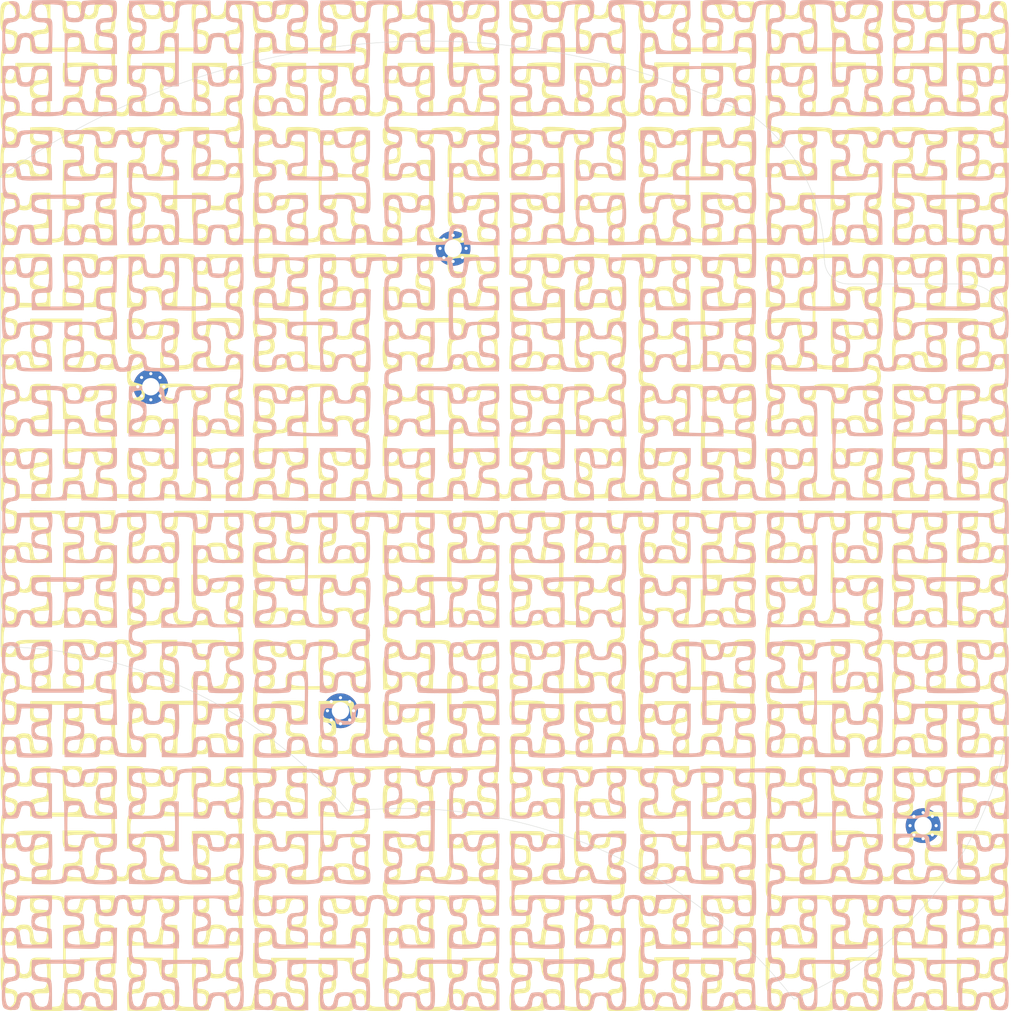
<source format=kicad_pcb>
(kicad_pcb (version 20211014) (generator pcbnew)
  (layers (0 "F.Cu" signal) (31 "B.Cu" signal) (34 "B.Paste" user) (35 "F.Paste" user) (36 "B.SilkS" user "B.Silkscreen") (37 "F.SilkS" user "F.Silkscreen") (38 "B.Mask" user) (39 "F.Mask" user) (44 "Edge.Cuts" user))
  (net 0 "")
  (footprint "MountingHole:MountingHole_2.2mm_M2_Pad_Via" (layer "F.Cu") (at 96.75 85.75)
    (fp_text reference " " (at 0 -2.75) (layer "F.SilkS"))
    (fp_text value "MountingHole_2.2mm_M2_Pad_Via")
    (pad "1" thru_hole circle locked (at 1.166726 -1.166726) (size 0.7 0.7) (drill 0.4) (layers *.Cu *.Mask))
    (pad "1" thru_hole circle locked (at 0 0) (size 4.4 4.4) (drill 2.2) (layers *.Cu *.Mask))
    (pad "1" thru_hole circle locked (at 0 1.65) (size 0.7 0.7) (drill 0.4) (layers *.Cu *.Mask))
    (pad "1" thru_hole circle locked (at 1.166726 1.166726) (size 0.7 0.7) (drill 0.4) (layers *.Cu *.Mask))
    (pad "1" thru_hole circle locked (at -1.166726 -1.166726) (size 0.7 0.7) (drill 0.4) (layers *.Cu *.Mask))
    (pad "1" thru_hole circle locked (at 1.65 0) (size 0.7 0.7) (drill 0.4) (layers *.Cu *.Mask))
    (pad "1" thru_hole circle locked (at -1.166726 1.166726) (size 0.7 0.7) (drill 0.4) (layers *.Cu *.Mask))
    (pad "1" thru_hole circle locked (at 0 -1.65) (size 0.7 0.7) (drill 0.4) (layers *.Cu *.Mask))
    (pad "1" thru_hole circle locked (at -1.65 0) (size 0.7 0.7) (drill 0.4) (layers *.Cu *.Mask))
  )
  (footprint "MountingHole:MountingHole_2.2mm_M2_Pad_Via" (layer "F.Cu") (at 135 68.25)
    (fp_text reference " " (at 0 -2.75) (layer "F.SilkS"))
    (fp_text value "MountingHole_2.2mm_M2_Pad_Via")
    (pad "1" thru_hole circle locked (at 0 1.65) (size 0.7 0.7) (drill 0.4) (layers *.Cu *.Mask))
    (pad "1" thru_hole circle locked (at -1.65 0) (size 0.7 0.7) (drill 0.4) (layers *.Cu *.Mask))
    (pad "1" thru_hole circle locked (at 0 0) (size 4.4 4.4) (drill 2.2) (layers *.Cu *.Mask))
    (pad "1" thru_hole circle locked (at 1.65 0) (size 0.7 0.7) (drill 0.4) (layers *.Cu *.Mask))
    (pad "1" thru_hole circle locked (at 1.166726 1.166726) (size 0.7 0.7) (drill 0.4) (layers *.Cu *.Mask))
    (pad "1" thru_hole circle locked (at -1.166726 -1.166726) (size 0.7 0.7) (drill 0.4) (layers *.Cu *.Mask))
    (pad "1" thru_hole circle locked (at -1.166726 1.166726) (size 0.7 0.7) (drill 0.4) (layers *.Cu *.Mask))
    (pad "1" thru_hole circle locked (at 1.166726 -1.166726) (size 0.7 0.7) (drill 0.4) (layers *.Cu *.Mask))
    (pad "1" thru_hole circle locked (at 0 -1.65) (size 0.7 0.7) (drill 0.4) (layers *.Cu *.Mask))
  )
  (footprint "MountingHole:MountingHole_2.2mm_M2_Pad_Via" (layer "F.Cu") (at 120.75 126.75)
    (fp_text reference " " (at 0 -2.75) (layer "F.SilkS"))
    (fp_text value "MountingHole_2.2mm_M2_Pad_Via")
    (pad "1" thru_hole circle locked (at -1.166726 -1.166726) (size 0.7 0.7) (drill 0.4) (layers *.Cu *.Mask))
    (pad "1" thru_hole circle locked (at -1.65 0) (size 0.7 0.7) (drill 0.4) (layers *.Cu *.Mask))
    (pad "1" thru_hole circle locked (at 0 1.65) (size 0.7 0.7) (drill 0.4) (layers *.Cu *.Mask))
    (pad "1" thru_hole circle locked (at 1.65 0) (size 0.7 0.7) (drill 0.4) (layers *.Cu *.Mask))
    (pad "1" thru_hole circle locked (at 1.166726 1.166726) (size 0.7 0.7) (drill 0.4) (layers *.Cu *.Mask))
    (pad "1" thru_hole circle locked (at 1.166726 -1.166726) (size 0.7 0.7) (drill 0.4) (layers *.Cu *.Mask))
    (pad "1" thru_hole circle locked (at 0 0) (size 4.4 4.4) (drill 2.2) (layers *.Cu *.Mask))
    (pad "1" thru_hole circle locked (at 0 -1.65) (size 0.7 0.7) (drill 0.4) (layers *.Cu *.Mask))
    (pad "1" thru_hole circle locked (at -1.166726 1.166726) (size 0.7 0.7) (drill 0.4) (layers *.Cu *.Mask))
  )
  (footprint "MountingHole:MountingHole_2.2mm_M2_Pad_Via" (layer "F.Cu") (at 194.46875 141.2875)
    (fp_text reference " " (at 0 -2.75) (layer "F.SilkS"))
    (fp_text value "MountingHole_2.2mm_M2_Pad_Via")
    (pad "1" thru_hole circle locked (at 0 0) (size 4.4 4.4) (drill 2.2) (layers *.Cu *.Mask))
    (pad "1" thru_hole circle locked (at 0 1.65) (size 0.7 0.7) (drill 0.4) (layers *.Cu *.Mask))
    (pad "1" thru_hole circle locked (at 1.166726 -1.166726) (size 0.7 0.7) (drill 0.4) (layers *.Cu *.Mask))
    (pad "1" thru_hole circle locked (at -1.65 0) (size 0.7 0.7) (drill 0.4) (layers *.Cu *.Mask))
    (pad "1" thru_hole circle locked (at 0 -1.65) (size 0.7 0.7) (drill 0.4) (layers *.Cu *.Mask))
    (pad "1" thru_hole circle locked (at -1.166726 -1.166726) (size 0.7 0.7) (drill 0.4) (layers *.Cu *.Mask))
    (pad "1" thru_hole circle locked (at -1.166726 1.166726) (size 0.7 0.7) (drill 0.4) (layers *.Cu *.Mask))
    (pad "1" thru_hole circle locked (at 1.166726 1.166726) (size 0.7 0.7) (drill 0.4) (layers *.Cu *.Mask))
    (pad "1" thru_hole circle locked (at 1.65 0) (size 0.7 0.7) (drill 0.4) (layers *.Cu *.Mask))
  )
  (footprint "graphics:bottom_silksreen_art" (layer "F.Cu") (at 141.6 101)
    (fp_text reference "G***" hide)
    (fp_text value "LOGO" hide)
  )
  (footprint "graphics:bottom_silksreen_art" (layer "B.Cu") (at 141.8 100.6)
    (fp_text reference "G***" hide)
    (fp_text value "LOGO" hide)
  )
  (gr_line (start 181.949314 69.605711) (end 182 69.75) (layer "Edge.Cuts") (width 0.05))
  (gr_arc (start 185 72.75) (mid 182.87868 71.87132) (end 182 69.75) (layer "Edge.Cuts") (width 0.05))
  (gr_line (start 205 77.75) (end 205 130) (layer "Edge.Cuts") (width 0.05))
  (gr_line (start 77.749541 59.145712) (end 77.794796 118.63649) (layer "Edge.Cuts") (width 0.05))
  (gr_line (start 185 72.75) (end 200 72.75) (layer "Edge.Cuts") (width 0.05))
  (gr_arc (start 173.037499 51.593751) (mid 179.672669 59.521493) (end 181.949314 69.605711) (layer "Edge.Cuts") (width 0.05))
  (gr_arc (start 200 72.75) (mid 203.535534 74.214466) (end 205 77.75) (layer "Edge.Cuts") (width 0.05))
  (gr_arc (start 77.794796 118.63649) (mid 102.027063 124.312494) (end 121.749255 139.493235) (layer "Edge.Cuts") (width 0.05))
  (gr_arc (start 77.749541 59.145712) (mid 124.358316 42.307899) (end 173.037499 51.593751) (layer "Edge.Cuts") (width 0.05))
  (gr_arc (start 121.749255 139.493235) (mid 153.026625 144.046258) (end 178.128606 163.252882) (layer "Edge.Cuts") (width 0.05))
  (gr_arc (start 205 130) (mid 195.803993 150.052501) (end 178.128606 163.252882) (layer "Edge.Cuts") (width 0.05))
)
</source>
